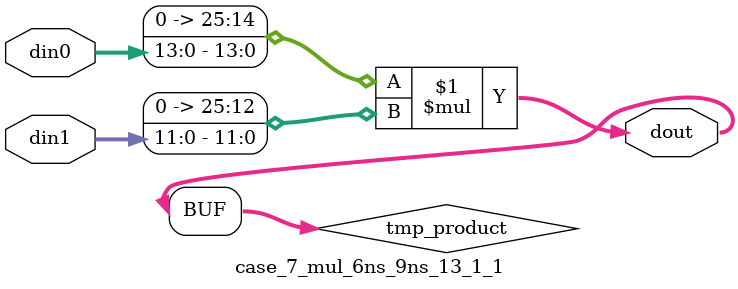
<source format=v>

`timescale 1 ns / 1 ps

 (* use_dsp = "no" *)  module case_7_mul_6ns_9ns_13_1_1(din0, din1, dout);
parameter ID = 1;
parameter NUM_STAGE = 0;
parameter din0_WIDTH = 14;
parameter din1_WIDTH = 12;
parameter dout_WIDTH = 26;

input [din0_WIDTH - 1 : 0] din0; 
input [din1_WIDTH - 1 : 0] din1; 
output [dout_WIDTH - 1 : 0] dout;

wire signed [dout_WIDTH - 1 : 0] tmp_product;
























assign tmp_product = $signed({1'b0, din0}) * $signed({1'b0, din1});











assign dout = tmp_product;





















endmodule

</source>
